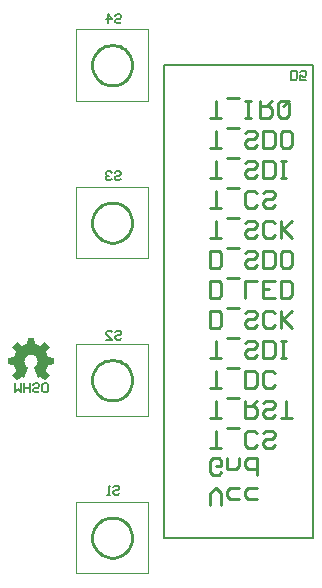
<source format=gbo>
G04*
G04 #@! TF.GenerationSoftware,Altium Limited,Altium Designer,21.6.1 (37)*
G04*
G04 Layer_Color=32896*
%FSLAX25Y25*%
%MOIN*%
G70*
G04*
G04 #@! TF.SameCoordinates,5EA0F2DE-1706-4193-BDFD-DA62A5601E92*
G04*
G04*
G04 #@! TF.FilePolarity,Positive*
G04*
G01*
G75*
%ADD11C,0.00500*%
%ADD15C,0.00787*%
%ADD16C,0.00394*%
%ADD18C,0.01000*%
%ADD72C,0.00700*%
G36*
X-53550Y-12124D02*
X-53550Y-12198D01*
X-53142Y-14161D01*
X-53142Y-14198D01*
X-53105Y-14235D01*
X-53068Y-14272D01*
X-51735Y-14827D01*
X-51624Y-14827D01*
X-49958Y-13642D01*
X-49884Y-13642D01*
X-49810Y-13679D01*
X-48403Y-15049D01*
X-48403Y-15086D01*
X-48403Y-15123D01*
X-48403Y-15160D01*
X-48403Y-15197D01*
X-49514Y-16864D01*
X-49514Y-16938D01*
X-49514Y-16975D01*
X-49514Y-17012D01*
X-48921Y-18382D01*
X-48921Y-18419D01*
X-48884Y-18456D01*
X-48810Y-18456D01*
X-46922Y-18789D01*
X-46884Y-18789D01*
X-46847Y-18826D01*
X-46847Y-18900D01*
X-46847Y-20863D01*
X-46847Y-20900D01*
X-46884Y-20937D01*
X-46922Y-20974D01*
X-48773Y-21344D01*
X-48810Y-21344D01*
X-48847Y-21381D01*
X-48847Y-21455D01*
X-49477Y-22900D01*
X-49477Y-22937D01*
X-49477Y-22974D01*
X-49477Y-23011D01*
X-49477Y-23048D01*
X-48403Y-24603D01*
X-48403Y-24677D01*
X-48403Y-24714D01*
X-49810Y-26121D01*
X-49847Y-26158D01*
X-49884Y-26158D01*
X-49958Y-26121D01*
X-51476Y-25084D01*
X-51624Y-25084D01*
X-52254Y-25455D01*
X-52328Y-25455D01*
X-52365Y-25418D01*
X-53772Y-22048D01*
X-53772Y-22011D01*
X-53735Y-21900D01*
X-53550Y-21826D01*
X-53513Y-21789D01*
X-53476Y-21752D01*
X-53439Y-21715D01*
X-53402Y-21678D01*
X-53291Y-21604D01*
X-53105Y-21455D01*
X-52920Y-21270D01*
X-52772Y-21011D01*
X-52587Y-20715D01*
X-52476Y-20345D01*
X-52439Y-19937D01*
X-52439Y-19900D01*
X-52439Y-19789D01*
X-52476Y-19604D01*
X-52513Y-19382D01*
X-52587Y-19160D01*
X-52698Y-18900D01*
X-52846Y-18641D01*
X-53068Y-18382D01*
X-53105Y-18345D01*
X-53180Y-18271D01*
X-53328Y-18160D01*
X-53513Y-18049D01*
X-53735Y-17938D01*
X-53994Y-17827D01*
X-54290Y-17752D01*
X-54624Y-17716D01*
X-54772Y-17716D01*
X-54957Y-17752D01*
X-55142Y-17789D01*
X-55401Y-17864D01*
X-55660Y-18012D01*
X-55920Y-18160D01*
X-56179Y-18382D01*
X-56216Y-18419D01*
X-56290Y-18493D01*
X-56364Y-18641D01*
X-56475Y-18826D01*
X-56623Y-19049D01*
X-56697Y-19308D01*
X-56771Y-19604D01*
X-56809Y-19937D01*
X-56809Y-19974D01*
X-56809Y-20122D01*
X-56771Y-20345D01*
X-56697Y-20604D01*
X-56549Y-20900D01*
X-56401Y-21196D01*
X-56142Y-21455D01*
X-55809Y-21715D01*
X-55772Y-21752D01*
X-55735Y-21789D01*
X-55698Y-21789D01*
X-55698Y-21826D01*
X-55512Y-21900D01*
X-55475Y-21937D01*
X-55475Y-22048D01*
X-56845Y-25418D01*
X-56883Y-25418D01*
X-56994Y-25455D01*
X-57660Y-25084D01*
X-57771Y-25084D01*
X-59289Y-26121D01*
X-59326Y-26158D01*
X-59364Y-26158D01*
X-59438Y-26121D01*
X-60882Y-24714D01*
X-60882Y-24677D01*
X-60882Y-24640D01*
X-60882Y-24603D01*
X-59771Y-23048D01*
X-59771Y-23011D01*
X-59771Y-22974D01*
X-59771Y-22937D01*
X-59771Y-22900D01*
X-60400Y-21455D01*
X-60400Y-21418D01*
X-60400Y-21381D01*
X-60437Y-21344D01*
X-60474Y-21344D01*
X-62326Y-20974D01*
X-62363Y-20974D01*
X-62400Y-20937D01*
X-62400Y-20863D01*
X-62400Y-18900D01*
X-62400Y-18863D01*
X-62400Y-18826D01*
X-62363Y-18789D01*
X-62326Y-18789D01*
X-60437Y-18456D01*
X-60400Y-18456D01*
X-60289Y-18382D01*
X-59734Y-17012D01*
X-59734Y-16975D01*
X-59734Y-16938D01*
X-59734Y-16901D01*
X-59734Y-16864D01*
X-60882Y-15197D01*
X-60882Y-15160D01*
X-60882Y-15123D01*
X-60882Y-15086D01*
X-60882Y-15049D01*
X-59438Y-13679D01*
X-59401Y-13642D01*
X-59289Y-13642D01*
X-57660Y-14827D01*
X-57512Y-14827D01*
X-56179Y-14272D01*
X-56142Y-14272D01*
X-56105Y-14235D01*
X-56105Y-14161D01*
X-55698Y-12198D01*
X-55698Y-12161D01*
X-55698Y-12124D01*
X-55660Y-12087D01*
X-53587Y-12087D01*
X-53550Y-12124D01*
X-53550Y-12124D02*
G37*
D11*
X32101Y73800D02*
X32101Y76799D01*
X33600Y76799D01*
X34100Y76300D01*
X34100Y74300D01*
X33600Y73800D01*
X32101Y73800D01*
X37099Y73800D02*
X35100Y73800D01*
X35100Y75300D01*
X36099Y74800D01*
X36599Y74800D01*
X37099Y75300D01*
X37099Y76300D01*
X36599Y76799D01*
X35600Y76799D01*
X35100Y76300D01*
X-27259Y-61940D02*
X-26759Y-61441D01*
X-25760Y-61441D01*
X-25260Y-61940D01*
X-25260Y-62440D01*
X-25760Y-62940D01*
X-26759Y-62940D01*
X-27259Y-63440D01*
X-27259Y-63940D01*
X-26759Y-64440D01*
X-25760Y-64440D01*
X-25260Y-63940D01*
X-28259Y-64440D02*
X-29258Y-64440D01*
X-28759Y-64440D01*
X-28759Y-61441D01*
X-28259Y-61940D01*
X-26559Y-10314D02*
X-26059Y-9814D01*
X-25060Y-9814D01*
X-24560Y-10314D01*
X-24560Y-10813D01*
X-25060Y-11313D01*
X-26059Y-11313D01*
X-26559Y-11813D01*
X-26559Y-12313D01*
X-26059Y-12813D01*
X-25060Y-12813D01*
X-24560Y-12313D01*
X-29558Y-12813D02*
X-27559Y-12813D01*
X-29558Y-10813D01*
X-29558Y-10314D01*
X-29058Y-9814D01*
X-28059Y-9814D01*
X-27559Y-10314D01*
X-26759Y42913D02*
X-26259Y43413D01*
X-25260Y43413D01*
X-24760Y42913D01*
X-24760Y42413D01*
X-25260Y41913D01*
X-26259Y41913D01*
X-26759Y41414D01*
X-26759Y40914D01*
X-26259Y40414D01*
X-25260Y40414D01*
X-24760Y40914D01*
X-27759Y42913D02*
X-28259Y43413D01*
X-29258Y43413D01*
X-29758Y42913D01*
X-29758Y42413D01*
X-29258Y41913D01*
X-28759Y41913D01*
X-29258Y41913D01*
X-29758Y41414D01*
X-29758Y40914D01*
X-29258Y40414D01*
X-28259Y40414D01*
X-27759Y40914D01*
X-26559Y95140D02*
X-26059Y95640D01*
X-25060Y95640D01*
X-24560Y95140D01*
X-24560Y94640D01*
X-25060Y94140D01*
X-26059Y94140D01*
X-26559Y93640D01*
X-26559Y93141D01*
X-26059Y92641D01*
X-25060Y92641D01*
X-24560Y93141D01*
X-29058Y92641D02*
X-29058Y95640D01*
X-27559Y94140D01*
X-29558Y94140D01*
D15*
X-10236Y-78740D02*
X39370Y-78740D01*
X-10236Y78740D02*
X39370Y78740D01*
X-10236Y-78740D02*
X-10236Y78740D01*
X39370Y78740D02*
X39370Y-78740D01*
D16*
X-39488Y-90669D02*
X-15630Y-90669D01*
X-39488Y-90669D02*
X-39488Y-66811D01*
X-15630Y-90669D02*
X-15630Y-66811D01*
X-39488Y-66811D02*
X-15630Y-66811D01*
X-39488Y-14318D02*
X-15630Y-14318D01*
X-15630Y-38176D02*
X-15630Y-14318D01*
X-39488Y-38176D02*
X-39488Y-14318D01*
X-39488Y-38176D02*
X-15630Y-38176D01*
X-39488Y14318D02*
X-15630Y14318D01*
X-39488Y14318D02*
X-39488Y38176D01*
X-15630Y14318D02*
X-15630Y38176D01*
X-39488Y38176D02*
X-15630Y38176D01*
X-39488Y90669D02*
X-15630Y90669D01*
X-15630Y66811D02*
X-15630Y90669D01*
X-39488Y66811D02*
X-39488Y90669D01*
X-39488Y66811D02*
X-15630Y66811D01*
D18*
X-20866Y-78740D02*
X-20941Y-77743D01*
X-21163Y-76767D01*
X-21529Y-75836D01*
X-22029Y-74970D01*
X-22653Y-74188D01*
X-23386Y-73507D01*
X-24213Y-72944D01*
X-25114Y-72510D01*
X-26070Y-72215D01*
X-27059Y-72066D01*
X-28059Y-72066D01*
X-29048Y-72215D01*
X-30004Y-72510D01*
X-30906Y-72944D01*
X-31732Y-73507D01*
X-32465Y-74188D01*
X-33089Y-74970D01*
X-33589Y-75836D01*
X-33955Y-76767D01*
X-34177Y-77743D01*
X-34252Y-78740D01*
X-34177Y-79738D01*
X-33955Y-80713D01*
X-33589Y-81644D01*
X-33089Y-82510D01*
X-32465Y-83293D01*
X-31732Y-83973D01*
X-30906Y-84536D01*
X-30004Y-84970D01*
X-29048Y-85265D01*
X-28059Y-85414D01*
X-27059Y-85414D01*
X-26070Y-85265D01*
X-25114Y-84970D01*
X-24213Y-84536D01*
X-23386Y-83973D01*
X-22653Y-83293D01*
X-22029Y-82510D01*
X-21529Y-81644D01*
X-21163Y-80713D01*
X-20941Y-79738D01*
X-20866Y-78740D01*
X-20866Y-26247D02*
X-20941Y-25249D01*
X-21163Y-24274D01*
X-21529Y-23343D01*
X-22029Y-22477D01*
X-22653Y-21694D01*
X-23386Y-21014D01*
X-24213Y-20450D01*
X-25114Y-20017D01*
X-26070Y-19722D01*
X-27059Y-19572D01*
X-28059Y-19572D01*
X-29048Y-19722D01*
X-30004Y-20017D01*
X-30906Y-20450D01*
X-31732Y-21014D01*
X-32465Y-21694D01*
X-33089Y-22477D01*
X-33589Y-23343D01*
X-33955Y-24274D01*
X-34177Y-25249D01*
X-34252Y-26247D01*
X-34177Y-27244D01*
X-33955Y-28220D01*
X-33589Y-29151D01*
X-33089Y-30017D01*
X-32465Y-30799D01*
X-31732Y-31479D01*
X-30906Y-32043D01*
X-30004Y-32477D01*
X-29048Y-32772D01*
X-28059Y-32921D01*
X-27059Y-32921D01*
X-26070Y-32772D01*
X-25114Y-32477D01*
X-24213Y-32043D01*
X-23386Y-31479D01*
X-22653Y-30799D01*
X-22029Y-30017D01*
X-21529Y-29151D01*
X-21163Y-28220D01*
X-20941Y-27244D01*
X-20866Y-26247D01*
X-20866Y26247D02*
X-20941Y27244D01*
X-21163Y28220D01*
X-21529Y29151D01*
X-22029Y30017D01*
X-22653Y30799D01*
X-23386Y31479D01*
X-24213Y32043D01*
X-25114Y32477D01*
X-26070Y32772D01*
X-27059Y32921D01*
X-28059Y32921D01*
X-29048Y32772D01*
X-30004Y32477D01*
X-30906Y32043D01*
X-31732Y31479D01*
X-32465Y30799D01*
X-33089Y30017D01*
X-33589Y29151D01*
X-33955Y28220D01*
X-34177Y27244D01*
X-34252Y26247D01*
X-34177Y25249D01*
X-33955Y24274D01*
X-33589Y23343D01*
X-33089Y22477D01*
X-32465Y21694D01*
X-31732Y21014D01*
X-30906Y20450D01*
X-30004Y20017D01*
X-29048Y19722D01*
X-28059Y19572D01*
X-27059Y19572D01*
X-26070Y19722D01*
X-25114Y20017D01*
X-24213Y20450D01*
X-23386Y21014D01*
X-22653Y21694D01*
X-22029Y22477D01*
X-21529Y23343D01*
X-21163Y24274D01*
X-20941Y25249D01*
X-20866Y26247D01*
X-20866Y78740D02*
X-20941Y79738D01*
X-21163Y80713D01*
X-21529Y81644D01*
X-22029Y82510D01*
X-22653Y83293D01*
X-23386Y83973D01*
X-24213Y84536D01*
X-25114Y84970D01*
X-26070Y85265D01*
X-27059Y85414D01*
X-28059Y85414D01*
X-29048Y85265D01*
X-30004Y84970D01*
X-30906Y84536D01*
X-31732Y83973D01*
X-32465Y83293D01*
X-33089Y82510D01*
X-33589Y81644D01*
X-33955Y80713D01*
X-34177Y79738D01*
X-34252Y78740D01*
X-34177Y77743D01*
X-33955Y76767D01*
X-33589Y75836D01*
X-33089Y74970D01*
X-32465Y74188D01*
X-31732Y73507D01*
X-30906Y72944D01*
X-30004Y72510D01*
X-29048Y72215D01*
X-28059Y72066D01*
X-27059Y72066D01*
X-26070Y72215D01*
X-25114Y72510D01*
X-24213Y72944D01*
X-23386Y73507D01*
X-22653Y74188D01*
X-22029Y74970D01*
X-21529Y75836D01*
X-21163Y76767D01*
X-20941Y77743D01*
X-20866Y78740D01*
X4937Y-28951D02*
X8873Y-28951D01*
X6905Y-28951D01*
X6905Y-23047D01*
X10841Y-22063D02*
X14776Y-22063D01*
X16744Y-28951D02*
X16744Y-23047D01*
X19696Y-23047D01*
X20680Y-24031D01*
X20680Y-27967D01*
X19696Y-28951D01*
X16744Y-28951D01*
X26583Y-27967D02*
X25600Y-28951D01*
X23632Y-28951D01*
X22648Y-27967D01*
X22648Y-24031D01*
X23632Y-23047D01*
X25600Y-23047D01*
X26583Y-24031D01*
X4937Y-38950D02*
X8873Y-38950D01*
X6905Y-38950D01*
X6905Y-33047D01*
X10841Y-32063D02*
X14776Y-32063D01*
X16744Y-33047D02*
X16744Y-38950D01*
X19696Y-38950D01*
X20680Y-37967D01*
X20680Y-35999D01*
X19696Y-35015D01*
X16744Y-35015D01*
X18712Y-35015D02*
X20680Y-33047D01*
X26583Y-37967D02*
X25600Y-38950D01*
X23632Y-38950D01*
X22648Y-37967D01*
X22648Y-36983D01*
X23632Y-35999D01*
X25600Y-35999D01*
X26583Y-35015D01*
X26583Y-34031D01*
X25600Y-33047D01*
X23632Y-33047D01*
X22648Y-34031D01*
X28551Y-38950D02*
X32487Y-38950D01*
X30519Y-38950D01*
X30519Y-33047D01*
X4937Y11050D02*
X4937Y16953D01*
X7889Y16953D01*
X8873Y15969D01*
X8873Y12033D01*
X7889Y11050D01*
X4937Y11050D01*
X10841Y17937D02*
X14776Y17937D01*
X20680Y12033D02*
X19696Y11050D01*
X17728Y11050D01*
X16744Y12033D01*
X16744Y13017D01*
X17728Y14001D01*
X19696Y14001D01*
X20680Y14985D01*
X20680Y15969D01*
X19696Y16953D01*
X17728Y16953D01*
X16744Y15969D01*
X22648Y11050D02*
X22648Y16953D01*
X25600Y16953D01*
X26583Y15969D01*
X26583Y12033D01*
X25600Y11050D01*
X22648Y11050D01*
X31503Y11050D02*
X29535Y11050D01*
X28551Y12033D01*
X28551Y15969D01*
X29535Y16953D01*
X31503Y16953D01*
X32487Y15969D01*
X32487Y12033D01*
X31503Y11050D01*
X4937Y31049D02*
X8873Y31049D01*
X6905Y31049D01*
X6905Y36953D01*
X10841Y37937D02*
X14776Y37937D01*
X20680Y32033D02*
X19696Y31049D01*
X17728Y31049D01*
X16744Y32033D01*
X16744Y35969D01*
X17728Y36953D01*
X19696Y36953D01*
X20680Y35969D01*
X26583Y32033D02*
X25600Y31049D01*
X23632Y31049D01*
X22648Y32033D01*
X22648Y33017D01*
X23632Y34001D01*
X25600Y34001D01*
X26583Y34985D01*
X26583Y35969D01*
X25600Y36953D01*
X23632Y36953D01*
X22648Y35969D01*
X4937Y-48950D02*
X8873Y-48950D01*
X6905Y-48950D01*
X6905Y-43047D01*
X10841Y-42063D02*
X14776Y-42063D01*
X20680Y-47967D02*
X19696Y-48950D01*
X17728Y-48950D01*
X16744Y-47967D01*
X16744Y-44031D01*
X17728Y-43047D01*
X19696Y-43047D01*
X20680Y-44031D01*
X26583Y-47967D02*
X25600Y-48950D01*
X23632Y-48950D01*
X22648Y-47967D01*
X22648Y-46983D01*
X23632Y-45999D01*
X25600Y-45999D01*
X26583Y-45015D01*
X26583Y-44031D01*
X25600Y-43047D01*
X23632Y-43047D01*
X22648Y-44031D01*
X4937Y-18950D02*
X8873Y-18950D01*
X6905Y-18950D01*
X6905Y-13047D01*
X10841Y-12063D02*
X14776Y-12063D01*
X20680Y-17967D02*
X19696Y-18950D01*
X17728Y-18950D01*
X16744Y-17967D01*
X16744Y-16983D01*
X17728Y-15999D01*
X19696Y-15999D01*
X20680Y-15015D01*
X20680Y-14031D01*
X19696Y-13047D01*
X17728Y-13047D01*
X16744Y-14031D01*
X22648Y-18950D02*
X22648Y-13047D01*
X25600Y-13047D01*
X26584Y-14031D01*
X26584Y-17967D01*
X25600Y-18950D01*
X22648Y-18950D01*
X28551Y-18950D02*
X30519Y-18950D01*
X29535Y-18950D01*
X29535Y-13047D01*
X28551Y-13047D01*
X30519Y-13047D01*
X4937Y41050D02*
X8873Y41050D01*
X6905Y41050D01*
X6905Y46953D01*
X10841Y47937D02*
X14776Y47937D01*
X20680Y42033D02*
X19696Y41050D01*
X17728Y41050D01*
X16744Y42033D01*
X16744Y43017D01*
X17728Y44001D01*
X19696Y44001D01*
X20680Y44985D01*
X20680Y45969D01*
X19696Y46953D01*
X17728Y46953D01*
X16744Y45969D01*
X22648Y41050D02*
X22648Y46953D01*
X25600Y46953D01*
X26584Y45969D01*
X26584Y42033D01*
X25600Y41050D01*
X22648Y41050D01*
X28551Y41050D02*
X30519Y41050D01*
X29535Y41050D01*
X29535Y46953D01*
X28551Y46953D01*
X30519Y46953D01*
X8873Y-56983D02*
X7889Y-57967D01*
X5921Y-57967D01*
X4937Y-56983D01*
X4937Y-53047D01*
X5921Y-52063D01*
X7889Y-52063D01*
X8873Y-53047D01*
X8873Y-55015D01*
X6905Y-55015D01*
X10841Y-52063D02*
X10841Y-55999D01*
X13792Y-55999D01*
X14776Y-55015D01*
X14776Y-52063D01*
X20680Y-57967D02*
X20680Y-52063D01*
X17728Y-52063D01*
X16744Y-53047D01*
X16744Y-55015D01*
X17728Y-55999D01*
X20680Y-55999D01*
X4937Y51050D02*
X8873Y51050D01*
X6905Y51050D01*
X6905Y56953D01*
X10841Y57937D02*
X14776Y57937D01*
X20680Y52033D02*
X19696Y51050D01*
X17728Y51050D01*
X16744Y52033D01*
X16744Y53017D01*
X17728Y54001D01*
X19696Y54001D01*
X20680Y54985D01*
X20680Y55969D01*
X19696Y56953D01*
X17728Y56953D01*
X16744Y55969D01*
X22648Y51050D02*
X22648Y56953D01*
X25600Y56953D01*
X26583Y55969D01*
X26583Y52033D01*
X25600Y51050D01*
X22648Y51050D01*
X31503Y51050D02*
X29535Y51050D01*
X28551Y52033D01*
X28551Y55969D01*
X29535Y56953D01*
X31503Y56953D01*
X32487Y55969D01*
X32487Y52033D01*
X31503Y51050D01*
X4937Y61049D02*
X8873Y61049D01*
X6905Y61049D01*
X6905Y66953D01*
X10841Y67937D02*
X14776Y67937D01*
X16744Y61049D02*
X18712Y61049D01*
X17728Y61049D01*
X17728Y66953D01*
X16744Y66953D01*
X18712Y66953D01*
X21664Y66953D02*
X21664Y61049D01*
X24616Y61049D01*
X25600Y62033D01*
X25600Y64001D01*
X24616Y64985D01*
X21664Y64985D01*
X23632Y64985D02*
X25600Y66953D01*
X31503Y65969D02*
X31503Y62033D01*
X30519Y61049D01*
X28551Y61049D01*
X27567Y62033D01*
X27567Y65969D01*
X28551Y66953D01*
X30519Y66953D01*
X29535Y64985D02*
X31503Y66953D01*
X30519Y66953D02*
X31503Y65969D01*
X4937Y21049D02*
X8873Y21049D01*
X6905Y21049D01*
X6905Y26953D01*
X10841Y27937D02*
X14776Y27937D01*
X20680Y22033D02*
X19696Y21049D01*
X17728Y21049D01*
X16744Y22033D01*
X16744Y23017D01*
X17728Y24001D01*
X19696Y24001D01*
X20680Y24985D01*
X20680Y25969D01*
X19696Y26953D01*
X17728Y26953D01*
X16744Y25969D01*
X26583Y22033D02*
X25600Y21049D01*
X23632Y21049D01*
X22648Y22033D01*
X22648Y25969D01*
X23632Y26953D01*
X25600Y26953D01*
X26583Y25969D01*
X28551Y21049D02*
X28551Y26953D01*
X28551Y24985D01*
X32487Y21049D01*
X29535Y24001D01*
X32487Y26953D01*
X4937Y-67967D02*
X4937Y-64031D01*
X6905Y-62063D01*
X8873Y-64031D01*
X8873Y-67967D01*
X14776Y-65999D02*
X11824Y-65999D01*
X10841Y-65015D01*
X10841Y-63047D01*
X11824Y-62063D01*
X14776Y-62063D01*
X20680Y-65999D02*
X17728Y-65999D01*
X16744Y-65015D01*
X16744Y-63047D01*
X17728Y-62063D01*
X20680Y-62063D01*
X4937Y-8951D02*
X4937Y-3047D01*
X7889Y-3047D01*
X8873Y-4031D01*
X8873Y-7967D01*
X7889Y-8951D01*
X4937Y-8951D01*
X10841Y-2063D02*
X14776Y-2063D01*
X20680Y-7967D02*
X19696Y-8951D01*
X17728Y-8951D01*
X16744Y-7967D01*
X16744Y-6983D01*
X17728Y-5999D01*
X19696Y-5999D01*
X20680Y-5015D01*
X20680Y-4031D01*
X19696Y-3047D01*
X17728Y-3047D01*
X16744Y-4031D01*
X26583Y-7967D02*
X25600Y-8951D01*
X23632Y-8951D01*
X22648Y-7967D01*
X22648Y-4031D01*
X23632Y-3047D01*
X25600Y-3047D01*
X26583Y-4031D01*
X28551Y-8951D02*
X28551Y-3047D01*
X28551Y-5015D01*
X32487Y-8951D01*
X29535Y-5999D01*
X32487Y-3047D01*
X4937Y1049D02*
X4937Y6953D01*
X7889Y6953D01*
X8873Y5969D01*
X8873Y2033D01*
X7889Y1049D01*
X4937Y1049D01*
X10841Y7937D02*
X14776Y7937D01*
X16744Y1049D02*
X16744Y6953D01*
X20680Y6953D01*
X26583Y1049D02*
X22648Y1049D01*
X22648Y6953D01*
X26583Y6953D01*
X22648Y4001D02*
X24616Y4001D01*
X28551Y1049D02*
X28551Y6953D01*
X31503Y6953D01*
X32487Y5969D01*
X32487Y2033D01*
X31503Y1049D01*
X28551Y1049D01*
D72*
X-50300Y-27301D02*
X-49300Y-27301D01*
X-48800Y-27801D01*
X-48800Y-29800D01*
X-49300Y-30300D01*
X-50300Y-30300D01*
X-50799Y-29800D01*
X-50799Y-27801D01*
X-50300Y-27301D01*
X-53798Y-27801D02*
X-53299Y-27301D01*
X-52299Y-27301D01*
X-51799Y-27801D01*
X-51799Y-28301D01*
X-52299Y-28800D01*
X-53299Y-28800D01*
X-53798Y-29300D01*
X-53798Y-29800D01*
X-53299Y-30300D01*
X-52299Y-30300D01*
X-51799Y-29800D01*
X-54798Y-27301D02*
X-54798Y-30300D01*
X-54798Y-28800D01*
X-56797Y-28800D01*
X-56797Y-27301D01*
X-56797Y-30300D01*
X-57797Y-27301D02*
X-57797Y-30300D01*
X-58797Y-29300D01*
X-59796Y-30300D01*
X-59796Y-27301D01*
M02*

</source>
